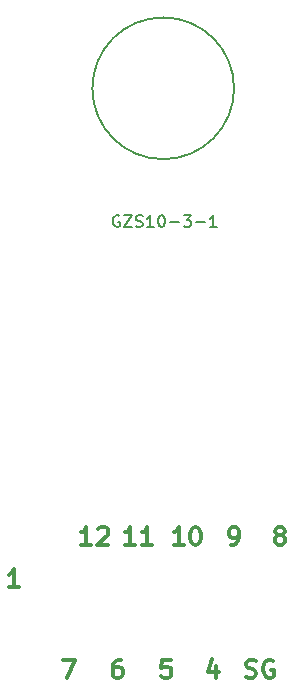
<source format=gbr>
G04 #@! TF.GenerationSoftware,KiCad,Pcbnew,(5.1.4)-1*
G04 #@! TF.CreationDate,2022-04-04T21:54:13-04:00*
G04 #@! TF.ProjectId,CR30 adapter,43523330-2061-4646-9170-7465722e6b69,rev?*
G04 #@! TF.SameCoordinates,Original*
G04 #@! TF.FileFunction,Legend,Top*
G04 #@! TF.FilePolarity,Positive*
%FSLAX46Y46*%
G04 Gerber Fmt 4.6, Leading zero omitted, Abs format (unit mm)*
G04 Created by KiCad (PCBNEW (5.1.4)-1) date 2022-04-04 21:54:13*
%MOMM*%
%LPD*%
G04 APERTURE LIST*
%ADD10C,0.300000*%
%ADD11C,0.150000*%
G04 APERTURE END LIST*
D10*
X108827142Y-104281428D02*
X108684285Y-104210000D01*
X108612857Y-104138571D01*
X108541428Y-103995714D01*
X108541428Y-103924285D01*
X108612857Y-103781428D01*
X108684285Y-103710000D01*
X108827142Y-103638571D01*
X109112857Y-103638571D01*
X109255714Y-103710000D01*
X109327142Y-103781428D01*
X109398571Y-103924285D01*
X109398571Y-103995714D01*
X109327142Y-104138571D01*
X109255714Y-104210000D01*
X109112857Y-104281428D01*
X108827142Y-104281428D01*
X108684285Y-104352857D01*
X108612857Y-104424285D01*
X108541428Y-104567142D01*
X108541428Y-104852857D01*
X108612857Y-104995714D01*
X108684285Y-105067142D01*
X108827142Y-105138571D01*
X109112857Y-105138571D01*
X109255714Y-105067142D01*
X109327142Y-104995714D01*
X109398571Y-104852857D01*
X109398571Y-104567142D01*
X109327142Y-104424285D01*
X109255714Y-104352857D01*
X109112857Y-104281428D01*
X104774285Y-105138571D02*
X105060000Y-105138571D01*
X105202857Y-105067142D01*
X105274285Y-104995714D01*
X105417142Y-104781428D01*
X105488571Y-104495714D01*
X105488571Y-103924285D01*
X105417142Y-103781428D01*
X105345714Y-103710000D01*
X105202857Y-103638571D01*
X104917142Y-103638571D01*
X104774285Y-103710000D01*
X104702857Y-103781428D01*
X104631428Y-103924285D01*
X104631428Y-104281428D01*
X104702857Y-104424285D01*
X104774285Y-104495714D01*
X104917142Y-104567142D01*
X105202857Y-104567142D01*
X105345714Y-104495714D01*
X105417142Y-104424285D01*
X105488571Y-104281428D01*
X100814285Y-105138571D02*
X99957142Y-105138571D01*
X100385714Y-105138571D02*
X100385714Y-103638571D01*
X100242857Y-103852857D01*
X100100000Y-103995714D01*
X99957142Y-104067142D01*
X101742857Y-103638571D02*
X101885714Y-103638571D01*
X102028571Y-103710000D01*
X102100000Y-103781428D01*
X102171428Y-103924285D01*
X102242857Y-104210000D01*
X102242857Y-104567142D01*
X102171428Y-104852857D01*
X102100000Y-104995714D01*
X102028571Y-105067142D01*
X101885714Y-105138571D01*
X101742857Y-105138571D01*
X101600000Y-105067142D01*
X101528571Y-104995714D01*
X101457142Y-104852857D01*
X101385714Y-104567142D01*
X101385714Y-104210000D01*
X101457142Y-103924285D01*
X101528571Y-103781428D01*
X101600000Y-103710000D01*
X101742857Y-103638571D01*
X96724285Y-105138571D02*
X95867142Y-105138571D01*
X96295714Y-105138571D02*
X96295714Y-103638571D01*
X96152857Y-103852857D01*
X96010000Y-103995714D01*
X95867142Y-104067142D01*
X98152857Y-105138571D02*
X97295714Y-105138571D01*
X97724285Y-105138571D02*
X97724285Y-103638571D01*
X97581428Y-103852857D01*
X97438571Y-103995714D01*
X97295714Y-104067142D01*
X93004285Y-105138571D02*
X92147142Y-105138571D01*
X92575714Y-105138571D02*
X92575714Y-103638571D01*
X92432857Y-103852857D01*
X92290000Y-103995714D01*
X92147142Y-104067142D01*
X93575714Y-103781428D02*
X93647142Y-103710000D01*
X93790000Y-103638571D01*
X94147142Y-103638571D01*
X94290000Y-103710000D01*
X94361428Y-103781428D01*
X94432857Y-103924285D01*
X94432857Y-104067142D01*
X94361428Y-104281428D01*
X93504285Y-105138571D01*
X94432857Y-105138571D01*
X86858571Y-108708571D02*
X86001428Y-108708571D01*
X86430000Y-108708571D02*
X86430000Y-107208571D01*
X86287142Y-107422857D01*
X86144285Y-107565714D01*
X86001428Y-107637142D01*
X106091428Y-116297142D02*
X106305714Y-116368571D01*
X106662857Y-116368571D01*
X106805714Y-116297142D01*
X106877142Y-116225714D01*
X106948571Y-116082857D01*
X106948571Y-115940000D01*
X106877142Y-115797142D01*
X106805714Y-115725714D01*
X106662857Y-115654285D01*
X106377142Y-115582857D01*
X106234285Y-115511428D01*
X106162857Y-115440000D01*
X106091428Y-115297142D01*
X106091428Y-115154285D01*
X106162857Y-115011428D01*
X106234285Y-114940000D01*
X106377142Y-114868571D01*
X106734285Y-114868571D01*
X106948571Y-114940000D01*
X108377142Y-114940000D02*
X108234285Y-114868571D01*
X108020000Y-114868571D01*
X107805714Y-114940000D01*
X107662857Y-115082857D01*
X107591428Y-115225714D01*
X107520000Y-115511428D01*
X107520000Y-115725714D01*
X107591428Y-116011428D01*
X107662857Y-116154285D01*
X107805714Y-116297142D01*
X108020000Y-116368571D01*
X108162857Y-116368571D01*
X108377142Y-116297142D01*
X108448571Y-116225714D01*
X108448571Y-115725714D01*
X108162857Y-115725714D01*
X103565714Y-115368571D02*
X103565714Y-116368571D01*
X103208571Y-114797142D02*
X102851428Y-115868571D01*
X103780000Y-115868571D01*
X99697142Y-114868571D02*
X98982857Y-114868571D01*
X98911428Y-115582857D01*
X98982857Y-115511428D01*
X99125714Y-115440000D01*
X99482857Y-115440000D01*
X99625714Y-115511428D01*
X99697142Y-115582857D01*
X99768571Y-115725714D01*
X99768571Y-116082857D01*
X99697142Y-116225714D01*
X99625714Y-116297142D01*
X99482857Y-116368571D01*
X99125714Y-116368571D01*
X98982857Y-116297142D01*
X98911428Y-116225714D01*
X95505714Y-114868571D02*
X95220000Y-114868571D01*
X95077142Y-114940000D01*
X95005714Y-115011428D01*
X94862857Y-115225714D01*
X94791428Y-115511428D01*
X94791428Y-116082857D01*
X94862857Y-116225714D01*
X94934285Y-116297142D01*
X95077142Y-116368571D01*
X95362857Y-116368571D01*
X95505714Y-116297142D01*
X95577142Y-116225714D01*
X95648571Y-116082857D01*
X95648571Y-115725714D01*
X95577142Y-115582857D01*
X95505714Y-115511428D01*
X95362857Y-115440000D01*
X95077142Y-115440000D01*
X94934285Y-115511428D01*
X94862857Y-115582857D01*
X94791428Y-115725714D01*
X90570000Y-114868571D02*
X91570000Y-114868571D01*
X90927142Y-116368571D01*
D11*
X105076540Y-66470000D02*
G75*
G03X105076540Y-66470000I-6000000J0D01*
G01*
X95373206Y-77260000D02*
X95277968Y-77212380D01*
X95135111Y-77212380D01*
X94992254Y-77260000D01*
X94897016Y-77355238D01*
X94849397Y-77450476D01*
X94801778Y-77640952D01*
X94801778Y-77783809D01*
X94849397Y-77974285D01*
X94897016Y-78069523D01*
X94992254Y-78164761D01*
X95135111Y-78212380D01*
X95230349Y-78212380D01*
X95373206Y-78164761D01*
X95420825Y-78117142D01*
X95420825Y-77783809D01*
X95230349Y-77783809D01*
X95754159Y-77212380D02*
X96420825Y-77212380D01*
X95754159Y-78212380D01*
X96420825Y-78212380D01*
X96754159Y-78164761D02*
X96897016Y-78212380D01*
X97135111Y-78212380D01*
X97230349Y-78164761D01*
X97277968Y-78117142D01*
X97325587Y-78021904D01*
X97325587Y-77926666D01*
X97277968Y-77831428D01*
X97230349Y-77783809D01*
X97135111Y-77736190D01*
X96944635Y-77688571D01*
X96849397Y-77640952D01*
X96801778Y-77593333D01*
X96754159Y-77498095D01*
X96754159Y-77402857D01*
X96801778Y-77307619D01*
X96849397Y-77260000D01*
X96944635Y-77212380D01*
X97182730Y-77212380D01*
X97325587Y-77260000D01*
X98277968Y-78212380D02*
X97706540Y-78212380D01*
X97992254Y-78212380D02*
X97992254Y-77212380D01*
X97897016Y-77355238D01*
X97801778Y-77450476D01*
X97706540Y-77498095D01*
X98897016Y-77212380D02*
X98992254Y-77212380D01*
X99087492Y-77260000D01*
X99135111Y-77307619D01*
X99182730Y-77402857D01*
X99230349Y-77593333D01*
X99230349Y-77831428D01*
X99182730Y-78021904D01*
X99135111Y-78117142D01*
X99087492Y-78164761D01*
X98992254Y-78212380D01*
X98897016Y-78212380D01*
X98801778Y-78164761D01*
X98754159Y-78117142D01*
X98706540Y-78021904D01*
X98658920Y-77831428D01*
X98658920Y-77593333D01*
X98706540Y-77402857D01*
X98754159Y-77307619D01*
X98801778Y-77260000D01*
X98897016Y-77212380D01*
X99658920Y-77831428D02*
X100420825Y-77831428D01*
X100801778Y-77212380D02*
X101420825Y-77212380D01*
X101087492Y-77593333D01*
X101230349Y-77593333D01*
X101325587Y-77640952D01*
X101373206Y-77688571D01*
X101420825Y-77783809D01*
X101420825Y-78021904D01*
X101373206Y-78117142D01*
X101325587Y-78164761D01*
X101230349Y-78212380D01*
X100944635Y-78212380D01*
X100849397Y-78164761D01*
X100801778Y-78117142D01*
X101849397Y-77831428D02*
X102611301Y-77831428D01*
X103611301Y-78212380D02*
X103039873Y-78212380D01*
X103325587Y-78212380D02*
X103325587Y-77212380D01*
X103230349Y-77355238D01*
X103135111Y-77450476D01*
X103039873Y-77498095D01*
M02*

</source>
